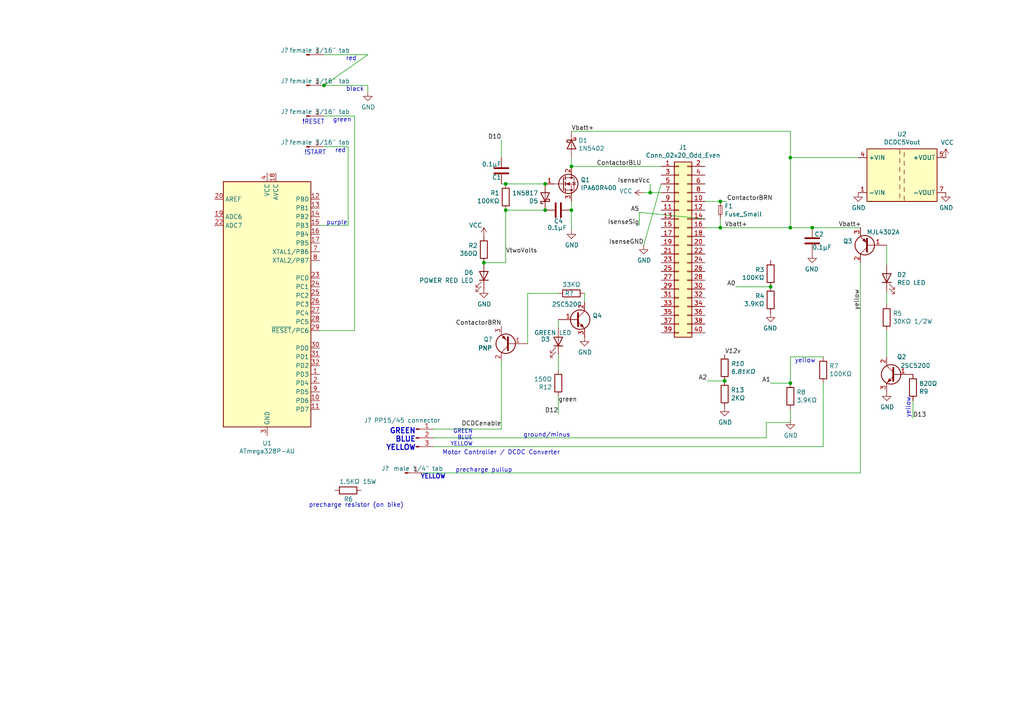
<source format=kicad_sch>
(kicad_sch (version 20211123) (generator eeschema)
  (paper "A4")
  (lib_symbols
    (symbol "Connector:Conn_01x01_Male" (pin_names (offset 1.016) hide)
      (property "Reference" "J" (at 0 2.54 0))
      (property "Value" "Conn_01x01_Male" (at 0 -2.54 0))
      (symbol "Conn_01x01_Male_1_1"
        (polyline (pts (xy 1.27 0) (xy 0.8636 0)) (stroke (width 0.1524)))
        (rectangle (start 0.8636 0.127) (end 0 -0.127) (stroke (width 0.1524)) (fill (type outline)))
        (pin passive line (at 5.08 0 180) (length 3.81) (name "Pin_1") (number "1"))
      )
    )
    (symbol "Connector:Conn_01x03_Male" (pin_names (offset 1.016) hide)
      (property "Reference" "J" (at 0 5.08 0))
      (property "Value" "Conn_01x03_Male" (at 0 -5.08 0))
      (symbol "Conn_01x03_Male_1_1"
        (polyline (pts (xy 1.27 -2.54) (xy 0.8636 -2.54)) (stroke (width 0.1524)))
        (polyline (pts (xy 1.27 0) (xy 0.8636 0)) (stroke (width 0.1524)))
        (polyline (pts (xy 1.27 2.54) (xy 0.8636 2.54)) (stroke (width 0.1524)))
        (rectangle (start 0.8636 -2.413) (end 0 -2.667) (stroke (width 0.1524)) (fill (type outline)))
        (rectangle (start 0.8636 0.127) (end 0 -0.127) (stroke (width 0.1524)) (fill (type outline)))
        (rectangle (start 0.8636 2.667) (end 0 2.413) (stroke (width 0.1524)) (fill (type outline)))
        (pin passive line (at 5.08 2.54 180) (length 3.81) (name "Pin_1") (number "1"))
        (pin passive line (at 5.08 0 180) (length 3.81) (name "Pin_2") (number "2"))
        (pin passive line (at 5.08 -2.54 180) (length 3.81) (name "Pin_3") (number "3"))
      )
    )
    (symbol "Connector_Generic:Conn_02x20_Odd_Even" (pin_names (offset 1.016) hide)
      (property "Reference" "J" (at 1.27 25.4 0))
      (property "Value" "Conn_02x20_Odd_Even" (at 1.27 -27.94 0))
      (symbol "Conn_02x20_Odd_Even_1_1"
        (rectangle (start -1.27 -25.273) (end 0 -25.527) (stroke (width 0.1524)))
        (rectangle (start -1.27 -22.733) (end 0 -22.987) (stroke (width 0.1524)))
        (rectangle (start -1.27 -20.193) (end 0 -20.447) (stroke (width 0.1524)))
        (rectangle (start -1.27 -17.653) (end 0 -17.907) (stroke (width 0.1524)))
        (rectangle (start -1.27 -15.113) (end 0 -15.367) (stroke (width 0.1524)))
        (rectangle (start -1.27 -12.573) (end 0 -12.827) (stroke (width 0.1524)))
        (rectangle (start -1.27 -10.033) (end 0 -10.287) (stroke (width 0.1524)))
        (rectangle (start -1.27 -7.493) (end 0 -7.747) (stroke (width 0.1524)))
        (rectangle (start -1.27 -4.953) (end 0 -5.207) (stroke (width 0.1524)))
        (rectangle (start -1.27 -2.413) (end 0 -2.667) (stroke (width 0.1524)))
        (rectangle (start -1.27 0.127) (end 0 -0.127) (stroke (width 0.1524)))
        (rectangle (start -1.27 2.667) (end 0 2.413) (stroke (width 0.1524)))
        (rectangle (start -1.27 5.207) (end 0 4.953) (stroke (width 0.1524)))
        (rectangle (start -1.27 7.747) (end 0 7.493) (stroke (width 0.1524)))
        (rectangle (start -1.27 10.287) (end 0 10.033) (stroke (width 0.1524)))
        (rectangle (start -1.27 12.827) (end 0 12.573) (stroke (width 0.1524)))
        (rectangle (start -1.27 15.367) (end 0 15.113) (stroke (width 0.1524)))
        (rectangle (start -1.27 17.907) (end 0 17.653) (stroke (width 0.1524)))
        (rectangle (start -1.27 20.447) (end 0 20.193) (stroke (width 0.1524)))
        (rectangle (start -1.27 22.987) (end 0 22.733) (stroke (width 0.1524)))
        (rectangle (start -1.27 24.13) (end 3.81 -26.67) (stroke (width 0.254)) (fill (type background)))
        (rectangle (start 3.81 -25.273) (end 2.54 -25.527) (stroke (width 0.1524)))
        (rectangle (start 3.81 -22.733) (end 2.54 -22.987) (stroke (width 0.1524)))
        (rectangle (start 3.81 -20.193) (end 2.54 -20.447) (stroke (width 0.1524)))
        (rectangle (start 3.81 -17.653) (end 2.54 -17.907) (stroke (width 0.1524)))
        (rectangle (start 3.81 -15.113) (end 2.54 -15.367) (stroke (width 0.1524)))
        (rectangle (start 3.81 -12.573) (end 2.54 -12.827) (stroke (width 0.1524)))
        (rectangle (start 3.81 -10.033) (end 2.54 -10.287) (stroke (width 0.1524)))
        (rectangle (start 3.81 -7.493) (end 2.54 -7.747) (stroke (width 0.1524)))
        (rectangle (start 3.81 -4.953) (end 2.54 -5.207) (stroke (width 0.1524)))
        (rectangle (start 3.81 -2.413) (end 2.54 -2.667) (stroke (width 0.1524)))
        (rectangle (start 3.81 0.127) (end 2.54 -0.127) (stroke (width 0.1524)))
        (rectangle (start 3.81 2.667) (end 2.54 2.413) (stroke (width 0.1524)))
        (rectangle (start 3.81 5.207) (end 2.54 4.953) (stroke (width 0.1524)))
        (rectangle (start 3.81 7.747) (end 2.54 7.493) (stroke (width 0.1524)))
        (rectangle (start 3.81 10.287) (end 2.54 10.033) (stroke (width 0.1524)))
        (rectangle (start 3.81 12.827) (end 2.54 12.573) (stroke (width 0.1524)))
        (rectangle (start 3.81 15.367) (end 2.54 15.113) (stroke (width 0.1524)))
        (rectangle (start 3.81 17.907) (end 2.54 17.653) (stroke (width 0.1524)))
        (rectangle (start 3.81 20.447) (end 2.54 20.193) (stroke (width 0.1524)))
        (rectangle (start 3.81 22.987) (end 2.54 22.733) (stroke (width 0.1524)))
        (pin passive line (at -5.08 22.86 0) (length 3.81) (name "Pin_1") (number "1"))
        (pin passive line (at 7.62 12.7 180) (length 3.81) (name "Pin_10") (number "10"))
        (pin passive line (at -5.08 10.16 0) (length 3.81) (name "Pin_11") (number "11"))
        (pin passive line (at 7.62 10.16 180) (length 3.81) (name "Pin_12") (number "12"))
        (pin passive line (at -5.08 7.62 0) (length 3.81) (name "Pin_13") (number "13"))
        (pin passive line (at 7.62 7.62 180) (length 3.81) (name "Pin_14") (number "14"))
        (pin passive line (at -5.08 5.08 0) (length 3.81) (name "Pin_15") (number "15"))
        (pin passive line (at 7.62 5.08 180) (length 3.81) (name "Pin_16") (number "16"))
        (pin passive line (at -5.08 2.54 0) (length 3.81) (name "Pin_17") (number "17"))
        (pin passive line (at 7.62 2.54 180) (length 3.81) (name "Pin_18") (number "18"))
        (pin passive line (at -5.08 0 0) (length 3.81) (name "Pin_19") (number "19"))
        (pin passive line (at 7.62 22.86 180) (length 3.81) (name "Pin_2") (number "2"))
        (pin passive line (at 7.62 0 180) (length 3.81) (name "Pin_20") (number "20"))
        (pin passive line (at -5.08 -2.54 0) (length 3.81) (name "Pin_21") (number "21"))
        (pin passive line (at 7.62 -2.54 180) (length 3.81) (name "Pin_22") (number "22"))
        (pin passive line (at -5.08 -5.08 0) (length 3.81) (name "Pin_23") (number "23"))
        (pin passive line (at 7.62 -5.08 180) (length 3.81) (name "Pin_24") (number "24"))
        (pin passive line (at -5.08 -7.62 0) (length 3.81) (name "Pin_25") (number "25"))
        (pin passive line (at 7.62 -7.62 180) (length 3.81) (name "Pin_26") (number "26"))
        (pin passive line (at -5.08 -10.16 0) (length 3.81) (name "Pin_27") (number "27"))
        (pin passive line (at 7.62 -10.16 180) (length 3.81) (name "Pin_28") (number "28"))
        (pin passive line (at -5.08 -12.7 0) (length 3.81) (name "Pin_29") (number "29"))
        (pin passive line (at -5.08 20.32 0) (length 3.81) (name "Pin_3") (number "3"))
        (pin passive line (at 7.62 -12.7 180) (length 3.81) (name "Pin_30") (number "30"))
        (pin passive line (at -5.08 -15.24 0) (length 3.81) (name "Pin_31") (number "31"))
        (pin passive line (at 7.62 -15.24 180) (length 3.81) (name "Pin_32") (number "32"))
        (pin passive line (at -5.08 -17.78 0) (length 3.81) (name "Pin_33") (number "33"))
        (pin passive line (at 7.62 -17.78 180) (length 3.81) (name "Pin_34") (number "34"))
        (pin passive line (at -5.08 -20.32 0) (length 3.81) (name "Pin_35") (number "35"))
        (pin passive line (at 7.62 -20.32 180) (length 3.81) (name "Pin_36") (number "36"))
        (pin passive line (at -5.08 -22.86 0) (length 3.81) (name "Pin_37") (number "37"))
        (pin passive line (at 7.62 -22.86 180) (length 3.81) (name "Pin_38") (number "38"))
        (pin passive line (at -5.08 -25.4 0) (length 3.81) (name "Pin_39") (number "39"))
        (pin passive line (at 7.62 20.32 180) (length 3.81) (name "Pin_4") (number "4"))
        (pin passive line (at 7.62 -25.4 180) (length 3.81) (name "Pin_40") (number "40"))
        (pin passive line (at -5.08 17.78 0) (length 3.81) (name "Pin_5") (number "5"))
        (pin passive line (at 7.62 17.78 180) (length 3.81) (name "Pin_6") (number "6"))
        (pin passive line (at -5.08 15.24 0) (length 3.81) (name "Pin_7") (number "7"))
        (pin passive line (at 7.62 15.24 180) (length 3.81) (name "Pin_8") (number "8"))
        (pin passive line (at -5.08 12.7 0) (length 3.81) (name "Pin_9") (number "9"))
      )
    )
    (symbol "Device:C" (pin_numbers hide) (pin_names (offset 0.254))
      (property "Reference" "C" (at 0.635 2.54 0))
      (property "Value" "C" (at 0.635 -2.54 0))
      (symbol "C_0_1"
        (polyline (pts (xy -2.032 -0.762) (xy 2.032 -0.762)) (stroke (width 0.508)))
        (polyline (pts (xy -2.032 0.762) (xy 2.032 0.762)) (stroke (width 0.508)))
      )
      (symbol "C_1_1"
        (pin passive line (at 0 3.81 270) (length 2.794) (name "~") (number "1"))
        (pin passive line (at 0 -3.81 90) (length 2.794) (name "~") (number "2"))
      )
    )
    (symbol "Device:D_Schottky" (pin_numbers hide) (pin_names (offset 1.016) hide)
      (property "Reference" "D" (at 0 2.54 0))
      (property "Value" "D_Schottky" (at 0 -2.54 0))
      (symbol "D_Schottky_0_1"
        (polyline (pts (xy 1.27 0) (xy -1.27 0)))
        (polyline (pts (xy 1.27 1.27) (xy 1.27 -1.27) (xy -1.27 0) (xy 1.27 1.27)) (stroke (width 0.254)))
        (polyline (pts (xy -1.905 0.635) (xy -1.905 1.27) (xy -1.27 1.27) (xy -1.27 -1.27) (xy -0.635 -1.27) (xy -0.635 -0.635)) (stroke (width 0.254)))
      )
      (symbol "D_Schottky_1_1"
        (pin passive line (at -3.81 0 0) (length 2.54) (name "K") (number "1"))
        (pin passive line (at 3.81 0 180) (length 2.54) (name "A") (number "2"))
      )
    )
    (symbol "Device:Fuse_Small" (pin_numbers hide) (pin_names (offset 0.254) hide)
      (property "Reference" "F" (at 0 -1.524 0))
      (property "Value" "Fuse_Small" (at 0 1.524 0))
      (symbol "Fuse_Small_0_1"
        (rectangle (start -1.27 0.508) (end 1.27 -0.508))
        (polyline (pts (xy -1.27 0) (xy 1.27 0)))
      )
      (symbol "Fuse_Small_1_1"
        (pin passive line (at -2.54 0 0) (length 1.27) (name "~") (number "1"))
        (pin passive line (at 2.54 0 180) (length 1.27) (name "~") (number "2"))
      )
    )
    (symbol "Device:LED" (pin_numbers hide) (pin_names (offset 1.016) hide)
      (property "Reference" "D" (at 0 2.54 0))
      (property "Value" "LED" (at 0 -2.54 0))
      (symbol "LED_0_1"
        (polyline (pts (xy -1.27 -1.27) (xy -1.27 1.27)) (stroke (width 0.254)))
        (polyline (pts (xy -1.27 0) (xy 1.27 0)))
        (polyline (pts (xy 1.27 -1.27) (xy 1.27 1.27) (xy -1.27 0) (xy 1.27 -1.27)) (stroke (width 0.254)))
        (polyline (pts (xy -3.048 -0.762) (xy -4.572 -2.286) (xy -3.81 -2.286) (xy -4.572 -2.286) (xy -4.572 -1.524)))
        (polyline (pts (xy -1.778 -0.762) (xy -3.302 -2.286) (xy -2.54 -2.286) (xy -3.302 -2.286) (xy -3.302 -1.524)))
      )
      (symbol "LED_1_1"
        (pin passive line (at -3.81 0 0) (length 2.54) (name "K") (number "1"))
        (pin passive line (at 3.81 0 180) (length 2.54) (name "A") (number "2"))
      )
    )
    (symbol "Device:Q_NMOS_GDS" (pin_names (offset 0) hide)
      (property "Reference" "Q" (at 5.08 1.27 0))
      (property "Value" "Q_NMOS_GDS" (at 5.08 -1.27 0))
      (symbol "Q_NMOS_GDS_0_1"
        (polyline (pts (xy 0.254 0) (xy -2.54 0)))
        (polyline (pts (xy 0.254 1.905) (xy 0.254 -1.905)) (stroke (width 0.254)))
        (polyline (pts (xy 0.762 -1.27) (xy 0.762 -2.286)) (stroke (width 0.254)))
        (polyline (pts (xy 0.762 0.508) (xy 0.762 -0.508)) (stroke (width 0.254)))
        (polyline (pts (xy 0.762 2.286) (xy 0.762 1.27)) (stroke (width 0.254)))
        (polyline (pts (xy 2.54 2.54) (xy 2.54 1.778)))
        (polyline (pts (xy 2.54 -2.54) (xy 2.54 0) (xy 0.762 0)))
        (polyline (pts (xy 0.762 -1.778) (xy 3.302 -1.778) (xy 3.302 1.778) (xy 0.762 1.778)))
        (polyline (pts (xy 1.016 0) (xy 2.032 0.381) (xy 2.032 -0.381) (xy 1.016 0)) (fill (type outline)))
        (polyline (pts (xy 2.794 0.508) (xy 2.921 0.381) (xy 3.683 0.381) (xy 3.81 0.254)))
        (polyline (pts (xy 3.302 0.381) (xy 2.921 -0.254) (xy 3.683 -0.254) (xy 3.302 0.381)))
        (circle (center 1.651 0) (radius 2.794) (stroke (width 0.254)))
        (circle (center 2.54 -1.778) (radius 0.254) (fill (type outline)))
        (circle (center 2.54 1.778) (radius 0.254) (fill (type outline)))
      )
      (symbol "Q_NMOS_GDS_1_1"
        (pin input line (at -5.08 0 0) (length 2.54) (name "G") (number "1"))
        (pin passive line (at 2.54 5.08 270) (length 2.54) (name "D") (number "2"))
        (pin passive line (at 2.54 -5.08 90) (length 2.54) (name "S") (number "3"))
      )
    )
    (symbol "Device:Q_PNP_BCE" (pin_names (offset 0) hide)
      (property "Reference" "Q" (at 5.08 1.27 0))
      (property "Value" "Q_PNP_BCE" (at 5.08 -1.27 0))
      (symbol "Q_PNP_BCE_0_1"
        (polyline (pts (xy 0.635 0.635) (xy 2.54 2.54)))
        (polyline (pts (xy 0.635 -0.635) (xy 2.54 -2.54) (xy 2.54 -2.54)))
        (polyline (pts (xy 0.635 1.905) (xy 0.635 -1.905) (xy 0.635 -1.905)) (stroke (width 0.508)))
        (polyline (pts (xy 2.286 -1.778) (xy 1.778 -2.286) (xy 1.27 -1.27) (xy 2.286 -1.778) (xy 2.286 -1.778)) (fill (type outline)))
        (circle (center 1.27 0) (radius 2.8194) (stroke (width 0.254)))
      )
      (symbol "Q_PNP_BCE_1_1"
        (pin input line (at -5.08 0 0) (length 5.715) (name "B") (number "1"))
        (pin passive line (at 2.54 5.08 270) (length 2.54) (name "C") (number "2"))
        (pin passive line (at 2.54 -5.08 90) (length 2.54) (name "E") (number "3"))
      )
    )
    (symbol "Device:R" (pin_numbers hide) (pin_names (offset 0))
      (property "Reference" "R" (at 2.032 0 90))
      (property "Value" "R" (at 0 0 90))
      (symbol "R_0_1"
        (rectangle (start -1.016 -2.54) (end 1.016 2.54) (stroke (width 0.254)))
      )
      (symbol "R_1_1"
        (pin passive line (at 0 3.81 270) (length 1.27) (name "~") (number "1"))
        (pin passive line (at 0 -3.81 90) (length 1.27) (name "~") (number "2"))
      )
    )
    (symbol "Regulator_Switching:CRE1S0505DC"
      (property "Reference" "U" (at -8.89 8.89 0))
      (property "Value" "CRE1S0505DC" (at 2.54 8.89 0))
      (symbol "CRE1S0505DC_0_1"
        (rectangle (start -10.16 7.62) (end 10.16 -7.62) (stroke (width 0.254)) (fill (type background)))
        (polyline (pts (xy -0.635 -5.334) (xy -0.635 -6.604)))
        (polyline (pts (xy -0.635 -2.794) (xy -0.635 -4.064)))
        (polyline (pts (xy -0.635 -0.254) (xy -0.635 -1.524)))
        (polyline (pts (xy -0.635 2.286) (xy -0.635 1.016)))
        (polyline (pts (xy -0.635 4.826) (xy -0.635 3.556)))
        (polyline (pts (xy -0.635 7.366) (xy -0.635 6.096)))
        (polyline (pts (xy 0.635 -7.366) (xy 0.635 -6.096)))
        (polyline (pts (xy 0.635 -4.826) (xy 0.635 -3.556)))
        (polyline (pts (xy 0.635 -2.286) (xy 0.635 -1.016)))
        (polyline (pts (xy 0.635 0.254) (xy 0.635 1.524)))
        (polyline (pts (xy 0.635 2.794) (xy 0.635 4.064)))
        (polyline (pts (xy 0.635 5.334) (xy 0.635 6.604)))
      )
      (symbol "CRE1S0505DC_1_1"
        (pin power_in line (at -12.7 -5.08 0) (length 2.54) (name "-VIN") (number "1"))
        (pin power_in line (at -12.7 5.08 0) (length 2.54) (name "+VIN") (number "4"))
        (pin power_out line (at 12.7 5.08 180) (length 2.54) (name "+VOUT") (number "5"))
        (pin power_out line (at 12.7 -5.08 180) (length 2.54) (name "-VOUT") (number "7"))
      )
    )
    (symbol "Transistor_BJT:BCP51" (pin_names (offset 0) hide)
      (property "Reference" "Q" (at 5.08 1.905 0))
      (property "Value" "BCP51" (at 5.08 0 0))
      (symbol "BCP51_0_1"
        (polyline (pts (xy 0 0) (xy 0.635 0)))
        (polyline (pts (xy 2.54 -2.54) (xy 0.635 -0.635)))
        (polyline (pts (xy 2.54 2.54) (xy 0.635 0.635)))
        (polyline (pts (xy 0.635 1.905) (xy 0.635 -1.905) (xy 0.635 -1.905)) (stroke (width 0.508)) (fill (type outline)))
        (polyline (pts (xy 1.397 -1.905) (xy 1.905 -1.397) (xy 0.889 -0.889) (xy 1.397 -1.905) (xy 1.397 -1.905)) (fill (type outline)))
        (circle (center 1.27 0) (radius 2.8194) (stroke (width 0.254)))
      )
      (symbol "BCP51_1_1"
        (pin input line (at -5.08 0 0) (length 5.08) (name "B") (number "1"))
        (pin passive line (at 2.54 5.08 270) (length 2.54) (name "C") (number "2"))
        (pin passive line (at 2.54 -5.08 90) (length 2.54) (name "E") (number "3"))
      )
    )
    (symbol "Transistor_BJT:BCX56" (pin_names (offset 0) hide)
      (property "Reference" "Q" (at 5.08 1.905 0))
      (property "Value" "BCX56" (at 5.08 0 0))
      (symbol "BCX56_0_1"
        (polyline (pts (xy 0.635 0.635) (xy 2.54 2.54)))
        (polyline (pts (xy 0.635 -0.635) (xy 2.54 -2.54) (xy 2.54 -2.54)))
        (polyline (pts (xy 0.635 1.905) (xy 0.635 -1.905) (xy 0.635 -1.905)) (stroke (width 0.508)))
        (polyline (pts (xy 1.27 -1.778) (xy 1.778 -1.27) (xy 2.286 -2.286) (xy 1.27 -1.778) (xy 1.27 -1.778)) (fill (type outline)))
        (circle (center 1.27 0) (radius 2.8194) (stroke (width 0.254)))
      )
      (symbol "BCX56_1_1"
        (pin input line (at -5.08 0 0) (length 5.715) (name "B") (number "1"))
        (pin passive line (at 2.54 5.08 270) (length 2.54) (name "C") (number "2"))
        (pin passive line (at 2.54 -5.08 90) (length 2.54) (name "E") (number "3"))
      )
    )
    (symbol "power:GND" (power) (pin_names (offset 0))
      (property "Value" "GND" (at 0 -3.81 0))
      (symbol "GND_0_1"
        (polyline (pts (xy 0 0) (xy 0 -1.27) (xy 1.27 -1.27) (xy 0 -2.54) (xy -1.27 -1.27) (xy 0 -1.27)))
      )
      (symbol "GND_1_1"
        (pin power_in line (at 0 0 270) (length 0) hide (name "GND") (number "1"))
      )
    )
    (symbol "power:VCC" (power) (pin_names (offset 0))
      (property "Value" "VCC" (at 0 3.81 0))
      (symbol "VCC_0_1"
        (polyline (pts (xy -0.762 1.27) (xy 0 2.54)))
        (polyline (pts (xy 0 0) (xy 0 2.54)))
        (polyline (pts (xy 0 2.54) (xy 0.762 1.27)))
      )
      (symbol "VCC_1_1"
        (pin power_in line (at 0 0 90) (length 0) hide (name "VCC") (number "1"))
      )
    )
    (symbol "precharger-rescue:ATmega328P-AU-MCU_Microchip_ATmega"
      (property "Reference" "U" (at -12.7 36.83 0))
      (property "Value" "ATmega328P-AU-MCU_Microchip_ATmega" (at 2.54 -36.83 0))
      (symbol "ATmega328P-AU-MCU_Microchip_ATmega_0_1"
        (rectangle (start -12.7 -35.56) (end 12.7 35.56) (stroke (width 0.254)) (fill (type background)))
      )
      (symbol "ATmega328P-AU-MCU_Microchip_ATmega_1_1"
        (pin bidirectional line (at 15.24 -20.32 180) (length 2.54) (name "PD3") (number "1"))
        (pin bidirectional line (at 15.24 -27.94 180) (length 2.54) (name "PD6") (number "10"))
        (pin bidirectional line (at 15.24 -30.48 180) (length 2.54) (name "PD7") (number "11"))
        (pin bidirectional line (at 15.24 30.48 180) (length 2.54) (name "PB0") (number "12"))
        (pin bidirectional line (at 15.24 27.94 180) (length 2.54) (name "PB1") (number "13"))
        (pin bidirectional line (at 15.24 25.4 180) (length 2.54) (name "PB2") (number "14"))
        (pin bidirectional line (at 15.24 22.86 180) (length 2.54) (name "PB3") (number "15"))
        (pin bidirectional line (at 15.24 20.32 180) (length 2.54) (name "PB4") (number "16"))
        (pin bidirectional line (at 15.24 17.78 180) (length 2.54) (name "PB5") (number "17"))
        (pin power_in line (at 2.54 38.1 270) (length 2.54) (name "AVCC") (number "18"))
        (pin input line (at -15.24 25.4 0) (length 2.54) (name "ADC6") (number "19"))
        (pin bidirectional line (at 15.24 -22.86 180) (length 2.54) (name "PD4") (number "2"))
        (pin input line (at -15.24 30.48 0) (length 2.54) (name "AREF") (number "20"))
        (pin passive line (at 0 -38.1 90) (length 2.54) hide (name "GND") (number "21"))
        (pin input line (at -15.24 22.86 0) (length 2.54) (name "ADC7") (number "22"))
        (pin bidirectional line (at 15.24 7.62 180) (length 2.54) (name "PC0") (number "23"))
        (pin bidirectional line (at 15.24 5.08 180) (length 2.54) (name "PC1") (number "24"))
        (pin bidirectional line (at 15.24 2.54 180) (length 2.54) (name "PC2") (number "25"))
        (pin bidirectional line (at 15.24 0 180) (length 2.54) (name "PC3") (number "26"))
        (pin bidirectional line (at 15.24 -2.54 180) (length 2.54) (name "PC4") (number "27"))
        (pin bidirectional line (at 15.24 -5.08 180) (length 2.54) (name "PC5") (number "28"))
        (pin bidirectional line (at 15.24 -7.62 180) (length 2.54) (name "~{RESET}/PC6") (number "29"))
        (pin power_in line (at 0 -38.1 90) (length 2.54) (name "GND") (number "3"))
        (pin bidirectional line (at 15.24 -12.7 180) (length 2.54) (name "PD0") (number "30"))
        (pin bidirectional line (at 15.24 -15.24 180) (length 2.54) (name "PD1") (number "31"))
        (pin bidirectional line (at 15.24 -17.78 180) (length 2.54) (name "PD2") (number "32"))
        (pin power_in line (at 0 38.1 270) (length 2.54) (name "VCC") (number "4"))
        (pin passive line (at 0 -38.1 90) (length 2.54) hide (name "GND") (number "5"))
        (pin passive line (at 0 38.1 270) (length 2.54) hide (name "VCC") (number "6"))
        (pin bidirectional line (at 15.24 15.24 180) (length 2.54) (name "XTAL1/PB6") (number "7"))
        (pin bidirectional line (at 15.24 12.7 180) (length 2.54) (name "XTAL2/PB7") (number "8"))
        (pin bidirectional line (at 15.24 -25.4 180) (length 2.54) (name "PD5") (number "9"))
      )
    )
  )
  (junction (at 146.685 53.34))
  (junction (at 235.585 66.04))
  (junction (at 208.915 66.04))
  (junction (at 165.735 60.96))
  (junction (at 188.595 55.88))
  (junction (at 93.98 24.765))
  (junction (at 229.235 45.72))
  (junction (at 208.915 58.42))
  (junction (at 229.235 111.125))
  (junction (at 140.335 76.2))
  (junction (at 165.735 48.26))
  (junction (at 223.52 83.185))
  (junction (at 158.115 53.34))
  (junction (at 158.115 60.96))
  (junction (at 146.685 60.96))
  (junction (at 210.185 110.49))
  (junction (at 229.235 66.04))
  (wire (pts (xy 186.69 55.88) (xy 188.595 55.88)))
  (wire (pts (xy 257.175 71.12) (xy 257.175 76.835)))
  (wire (pts (xy 122.555 137.16) (xy 249.555 137.16)))
  (wire (pts (xy 257.175 84.455) (xy 257.175 88.265)))
  (wire (pts (xy 93.98 33.655) (xy 102.87 33.655)))
  (wire (pts (xy 248.92 45.72) (xy 229.235 45.72)))
  (wire (pts (xy 161.925 107.315) (xy 161.925 102.87)))
  (wire (pts (xy 257.175 95.885) (xy 257.175 103.505)))
  (wire (pts (xy 238.76 103.505) (xy 229.235 103.505)))
  (wire (pts (xy 165.735 60.96) (xy 165.735 58.42)))
  (wire (pts (xy 223.52 83.185) (xy 213.36 83.185)))
  (wire (pts (xy 100.965 65.405) (xy 100.965 42.545)))
  (wire (pts (xy 161.925 92.71) (xy 161.925 95.25)))
  (wire (pts (xy 229.235 103.505) (xy 229.235 111.125)))
  (wire (pts (xy 249.555 76.2) (xy 249.555 137.16)))
  (wire (pts (xy 145.415 40.64) (xy 145.415 45.72)))
  (wire (pts (xy 229.235 38.1) (xy 229.235 45.72)))
  (wire (pts (xy 165.735 48.26) (xy 191.77 48.26)))
  (wire (pts (xy 169.545 85.09) (xy 169.545 87.63)))
  (wire (pts (xy 102.87 33.655) (xy 102.87 95.885)))
  (wire (pts (xy 165.735 66.675) (xy 165.735 60.96)))
  (wire (pts (xy 238.76 129.54) (xy 125.73 129.54)))
  (wire (pts (xy 249.555 66.04) (xy 235.585 66.04)))
  (wire (pts (xy 93.98 15.875) (xy 106.68 15.875)))
  (wire (pts (xy 185.42 61.595) (xy 204.47 63.5)))
  (wire (pts (xy 146.685 76.2) (xy 140.335 76.2)))
  (wire (pts (xy 210.185 110.49) (xy 205.105 110.49)))
  (wire (pts (xy 229.235 111.125) (xy 223.52 111.125)))
  (wire (pts (xy 208.915 66.04) (xy 229.235 66.04)))
  (wire (pts (xy 210.82 58.42) (xy 208.915 58.42)))
  (wire (pts (xy 106.68 15.875) (xy 93.98 24.765)))
  (wire (pts (xy 102.87 95.885) (xy 92.71 95.885)))
  (wire (pts (xy 235.585 66.04) (xy 229.235 66.04)))
  (wire (pts (xy 100.965 42.545) (xy 93.98 42.545)))
  (wire (pts (xy 208.915 63.5) (xy 208.915 66.04)))
  (wire (pts (xy 146.685 60.96) (xy 146.685 76.2)))
  (wire (pts (xy 161.925 120.015) (xy 161.925 114.935)))
  (wire (pts (xy 145.415 53.34) (xy 146.685 53.34)))
  (wire (pts (xy 208.915 58.42) (xy 204.47 58.42)))
  (wire (pts (xy 208.915 66.04) (xy 204.47 66.04)))
  (wire (pts (xy 238.76 111.125) (xy 238.76 129.54)))
  (wire (pts (xy 161.925 85.09) (xy 153.035 85.09)))
  (wire (pts (xy 229.235 45.72) (xy 229.235 66.04)))
  (wire (pts (xy 222.25 122.555) (xy 222.25 127)))
  (wire (pts (xy 229.235 121.92) (xy 229.235 118.745)))
  (wire (pts (xy 264.795 121.285) (xy 264.795 116.205)))
  (wire (pts (xy 186.69 71.12) (xy 191.77 53.34)))
  (wire (pts (xy 188.595 55.88) (xy 191.77 55.88)))
  (wire (pts (xy 153.035 85.09) (xy 153.035 99.695)))
  (wire (pts (xy 145.415 104.775) (xy 145.415 124.46)))
  (wire (pts (xy 106.68 26.67) (xy 106.68 24.765)))
  (wire (pts (xy 146.685 53.34) (xy 158.115 53.34)))
  (wire (pts (xy 145.415 124.46) (xy 125.73 124.46)))
  (wire (pts (xy 185.42 61.595) (xy 185.42 65.405)))
  (wire (pts (xy 229.235 122.555) (xy 222.25 122.555)))
  (wire (pts (xy 222.25 127) (xy 125.73 127)))
  (wire (pts (xy 158.115 60.96) (xy 146.685 60.96)))
  (wire (pts (xy 165.735 48.26) (xy 165.735 45.72)))
  (wire (pts (xy 165.735 38.1) (xy 229.235 38.1)))
  (wire (pts (xy 92.71 65.405) (xy 100.965 65.405)))
  (wire (pts (xy 188.595 53.34) (xy 188.595 55.88)))
  (wire (pts (xy 106.68 24.765) (xy 93.98 24.765)))
  (text "red" (at 97.155 44.45 0) (effects (font (size 1.27 1.27)) (justify left bottom)))
  (text "yellow" (at 264.16 121.285 90) (effects (font (size 1.27 1.27)) (justify left bottom)))
  (text "GREEN\nBLUE\nYELLOW" (at 120.65 130.81 180) (effects (font (size 1.5 1.5) (thickness 0.3) bold) (justify right bottom)))
  (text "GREEN\nBLUE\nYELLOW" (at 137.16 129.54 180) (effects (font (size 1.143 1.143)) (justify right bottom)))
  (text "red" (at 103.505 17.78 180) (effects (font (size 1.27 1.27)) (justify right bottom)))
  (text "YELLOW" (at 121.92 139.065 0) (effects (font (size 1.27 1.27) (thickness 0.254) bold) (justify left bottom)))
  (text "Motor Controller / DCDC Converter" (at 128.27 132.08 0) (effects (font (size 1.27 1.27)) (justify left bottom)))
  (text "precharge pullup" (at 132.08 137.16 0) (effects (font (size 1.27 1.27)) (justify left bottom)))
  (text "purple" (at 94.615 65.405 0) (effects (font (size 1.27 1.27)) (justify left bottom)))
  (text "!RESET" (at 87.63 36.195 0) (effects (font (size 1.27 1.27)) (justify left bottom)))
  (text "yellow" (at 230.505 105.41 0) (effects (font (size 1.27 1.27)) (justify left bottom)))
  (text "black" (at 100.33 26.67 0) (effects (font (size 1.27 1.27)) (justify left bottom)))
  (text "precharge resistor (on bike)" (at 89.535 147.32 0) (effects (font (size 1.27 1.27)) (justify left bottom)))
  (text "ground/minus" (at 151.765 127 0) (effects (font (size 1.27 1.27)) (justify left bottom)))
  (text "!START" (at 88.265 45.085 0) (effects (font (size 1.27 1.27)) (justify left bottom)))
  (text "green" (at 96.52 35.56 0) (effects (font (size 1.27 1.27)) (justify left bottom)))
  (label "ContactorBRN" (at 145.415 94.615 180))
  (label "A5" (at 185.42 61.595 180))
  (label "A2" (at 205.105 110.49 180))
  (label "A1" (at 223.52 111.125 180))
  (label "IsenseSig" (at 185.42 65.405 180))
  (label "Vbatt+" (at 243.205 66.04 0))
  (label "D13" (at 264.795 121.285 0))
  (label "Vbatt+" (at 165.735 38.1 0))
  (label "VtwoVolts" (at 146.685 73.66 0))
  (label "D10" (at 145.415 40.64 180))
  (label "green" (at 161.925 116.84 0))
  (label "ContactorBLU" (at 186.055 48.26 180))
  (label "DCDCenable" (at 145.415 123.825 180))
  (label "Vbatt+" (at 210.185 66.04 0))
  (label "IsenseGND" (at 186.69 71.12 180))
  (label "D12" (at 161.925 120.015 180))
  (label "V12v" (at 210.185 102.87 0) (effects (font italic)))
  (label "IsenseVcc" (at 188.595 53.34 180))
  (label "A0" (at 213.36 83.185 180))
  (label "yellow" (at 249.555 83.82 270))
  (label "ContactorBRN" (at 210.82 58.42 0))
  (symbol (lib_id "precharger-rescue:ATmega328P-AU-MCU_Microchip_ATmega") (at 77.47 88.265 0) (unit 1)
    (property "Reference" "U1" (at 77.47 128.5494 0))
    (property "Value" "ATmega328P-AU" (at 77.47 130.8608 0))
    (property "Footprint" "Package_QFP:TQFP-32_7x7mm_P0.8mm" (effects hide))
    (property "Datasheet" "http://ww1.microchip.com/downloads/en/DeviceDoc/atmel-8271-8-bit-avr-microcontroller-atmega48a-48pa-88a-88pa-168a-168pa-328-328p_datasheet.pdf" (effects hide))
  )
  (symbol (lib_id "Connector_Generic:Conn_02x20_Odd_Even") (at 196.85 71.12 0) (unit 1)
    (property "Reference" "J1" (at 198.12 42.7482 0))
    (property "Value" "Conn_02x20_Odd_Even" (at 198.12 45.0596 0))
  )
  (symbol (lib_id "Device:R") (at 238.76 107.315 0) (unit 1)
    (property "Reference" "R7" (at 240.538 106.1466 0) (effects (justify left)))
    (property "Value" "100KΩ" (at 240.538 108.458 0) (effects (justify left)))
  )
  (symbol (lib_id "Device:R") (at 229.235 114.935 0) (unit 1)
    (property "Reference" "R8" (at 231.013 113.7666 0) (effects (justify left)))
    (property "Value" "3.9KΩ" (at 231.013 116.078 0) (effects (justify left)))
  )
  (symbol (lib_id "power:GND") (at 229.235 121.92 0) (unit 1)
    (property "Reference" "#PWR03" (effects hide))
    (property "Value" "GND" (at 229.362 126.3142 0))
  )
  (symbol (lib_id "Device:R") (at 223.52 79.375 0) (mirror y) (unit 1)
    (property "Reference" "R3" (at 221.742 78.2066 0) (effects (justify left)))
    (property "Value" "100KΩ" (at 221.742 80.518 0) (effects (justify left)))
  )
  (symbol (lib_id "Device:R") (at 223.52 86.995 0) (mirror y) (unit 1)
    (property "Reference" "R4" (at 221.742 85.8266 0) (effects (justify left)))
    (property "Value" "3.9KΩ" (at 221.742 88.138 0) (effects (justify left)))
  )
  (symbol (lib_id "power:GND") (at 223.52 90.805 0) (mirror y) (unit 1)
    (property "Reference" "#PWR02" (effects hide))
    (property "Value" "GND" (at 223.393 95.1992 0))
  )
  (symbol (lib_id "Device:R") (at 210.185 106.68 0) (unit 1)
    (property "Reference" "R10" (at 211.963 105.5116 0) (effects (font italic) (justify left)))
    (property "Value" "6.81KΩ" (at 211.963 107.823 0) (effects (font italic) (justify left)))
  )
  (symbol (lib_id "Device:R") (at 210.185 114.3 0) (unit 1)
    (property "Reference" "R13" (at 211.963 113.1316 0) (effects (justify left)))
    (property "Value" "2KΩ" (at 211.963 115.443 0) (effects (justify left)))
  )
  (symbol (lib_id "power:GND") (at 210.185 118.11 0) (unit 1)
    (property "Reference" "#PWR06" (effects hide))
    (property "Value" "GND" (at 210.312 122.5042 0))
  )
  (symbol (lib_id "Device:Fuse_Small") (at 208.915 60.96 270) (unit 1)
    (property "Reference" "F1" (at 210.1342 59.7916 90) (effects (justify left)))
    (property "Value" "Fuse_Small" (at 210.1342 62.103 90) (effects (justify left)))
  )
  (symbol (lib_id "Device:D_Schottky") (at 165.735 41.91 270) (unit 1)
    (property "Reference" "D1" (at 167.7416 40.7416 90) (effects (justify left)))
    (property "Value" "1N5402" (at 167.7416 43.053 90) (effects (justify left)))
  )
  (symbol (lib_id "Transistor_BJT:BCX56") (at 259.715 108.585 0) (mirror y) (unit 1)
    (property "Reference" "Q2" (at 262.89 103.505 0) (effects (justify left)))
    (property "Value" "2SC5200" (at 269.875 106.045 0) (effects (justify left)))
    (property "Footprint" "Package_TO_SOT_SMD:SOT-89-3" (effects hide))
    (property "Datasheet" "http://cache.nxp.com/documents/data_sheet/BCP56_BCX56_BC56PA.pdf?pspll=1" (effects hide))
  )
  (symbol (lib_id "power:GND") (at 257.175 113.665 0) (unit 1)
    (property "Reference" "#PWR04" (effects hide))
    (property "Value" "GND" (at 257.302 118.0592 0))
  )
  (symbol (lib_id "Transistor_BJT:BCP51") (at 252.095 71.12 180) (unit 1)
    (property "Reference" "Q3" (at 247.269 69.9516 0) (effects (justify left)))
    (property "Value" "MJL4302A" (at 260.985 67.31 0) (effects (justify left)))
    (property "Footprint" "Package_TO_SOT_SMD:SOT-223" (effects hide))
    (property "Datasheet" "http://www.fairchildsemi.com/ds/BC/BCP51.pdf" (effects hide))
  )
  (symbol (lib_id "Device:R") (at 257.175 92.075 0) (unit 1)
    (property "Reference" "R5" (at 258.953 90.9066 0) (effects (justify left)))
    (property "Value" "30KΩ 1/2W" (at 258.953 93.218 0) (effects (justify left)))
  )
  (symbol (lib_id "Device:R") (at 100.965 142.24 270) (unit 1)
    (property "Reference" "R6" (at 99.695 144.78 90) (effects (justify left)))
    (property "Value" "1.5KΩ 15W" (at 98.425 139.7 90) (effects (justify left)))
  )
  (symbol (lib_id "Device:R") (at 264.795 112.395 0) (mirror x) (unit 1)
    (property "Reference" "R9" (at 266.573 113.5634 0) (effects (justify left)))
    (property "Value" "820Ω" (at 266.573 111.252 0) (effects (justify left)))
  )
  (symbol (lib_id "Transistor_BJT:BCX56") (at 167.005 92.71 0) (unit 1)
    (property "Reference" "Q4" (at 171.8564 91.5416 0) (effects (justify left)))
    (property "Value" "2SC5200" (at 160.02 88.265 0) (effects (justify left)))
    (property "Footprint" "Package_TO_SOT_SMD:SOT-89-3" (effects hide))
    (property "Datasheet" "http://cache.nxp.com/documents/data_sheet/BCP56_BCX56_BC56PA.pdf?pspll=1" (effects hide))
  )
  (symbol (lib_id "power:GND") (at 169.545 97.79 0) (unit 1)
    (property "Reference" "#PWR05" (effects hide))
    (property "Value" "GND" (at 169.672 102.1842 0))
  )
  (symbol (lib_id "Device:R") (at 161.925 111.125 180) (unit 1)
    (property "Reference" "R12" (at 160.147 112.2934 0) (effects (justify left)))
    (property "Value" "150Ω" (at 160.147 109.982 0) (effects (justify left)))
  )
  (symbol (lib_id "power:VCC") (at 186.69 55.88 90) (unit 1)
    (property "Reference" "#PWR09" (effects hide))
    (property "Value" "VCC" (at 183.4642 55.4228 90) (effects (justify left)))
  )
  (symbol (lib_id "Device:LED") (at 257.175 80.645 90) (unit 1)
    (property "Reference" "D2" (at 260.1722 79.6798 90) (effects (justify right)))
    (property "Value" "RED LED" (at 260.1722 81.9912 90) (effects (justify right)))
  )
  (symbol (lib_id "Regulator_Switching:CRE1S0505DC") (at 261.62 50.8 0) (unit 1)
    (property "Reference" "U2" (at 261.62 38.9382 0))
    (property "Value" "DCDC5Vout" (at 261.62 41.2496 0))
    (property "Footprint" "Converters_DCDC_ACDC:DCDC-Conv_muRata_CRE1xxxxxxDC" (effects hide))
    (property "Datasheet" "http://power.murata.com/datasheet?/data/power/ncl/kdc_cre1.pdf" (effects hide))
  )
  (symbol (lib_id "power:GND") (at 248.92 55.88 0) (unit 1)
    (property "Reference" "#PWR010" (effects hide))
    (property "Value" "GND" (at 249.047 60.2742 0))
  )
  (symbol (lib_id "power:GND") (at 274.32 55.88 0) (unit 1)
    (property "Reference" "#PWR011" (effects hide))
    (property "Value" "GND" (at 274.447 60.2742 0))
  )
  (symbol (lib_id "power:VCC") (at 274.32 45.72 0) (unit 1)
    (property "Reference" "#PWR07" (effects hide))
    (property "Value" "VCC" (at 274.7518 41.3258 0))
  )
  (symbol (lib_id "Device:LED") (at 161.925 99.06 270) (mirror x) (unit 1)
    (property "Reference" "D3" (at 156.845 98.425 90) (effects (justify left)))
    (property "Value" "GREEN LED" (at 154.94 96.52 90) (effects (justify left)))
  )
  (symbol (lib_id "Device:C") (at 235.585 69.85 0) (unit 1)
    (property "Reference" "C2" (at 236.22 67.945 0) (effects (justify left)))
    (property "Value" "0.1μF" (at 235.585 71.755 0) (effects (justify left)))
  )
  (symbol (lib_id "power:GND") (at 235.585 73.66 0) (mirror y) (unit 1)
    (property "Reference" "#PWR013" (effects hide))
    (property "Value" "GND" (at 235.458 78.0542 0))
  )
  (symbol (lib_id "power:GND") (at 186.69 71.12 0) (unit 1)
    (property "Reference" "#PWR014" (effects hide))
    (property "Value" "GND" (at 186.817 75.5142 0))
  )
  (symbol (lib_id "Device:Q_NMOS_GDS") (at 163.195 53.34 0) (unit 1)
    (property "Reference" "Q1" (at 168.402 52.1716 0) (effects (justify left)))
    (property "Value" "IPA60R400" (at 168.402 54.483 0) (effects (justify left)))
  )
  (symbol (lib_id "power:GND") (at 165.735 66.675 0) (unit 1)
    (property "Reference" "#PWR01" (effects hide))
    (property "Value" "GND" (at 165.862 71.0692 0))
  )
  (symbol (lib_id "Device:LED") (at 140.335 80.01 270) (mirror x) (unit 1)
    (property "Reference" "D6" (at 137.3378 79.0448 90) (effects (justify right)))
    (property "Value" "POWER RED LED" (at 137.3378 81.3562 90) (effects (justify right)))
  )
  (symbol (lib_id "power:GND") (at 140.335 83.82 0) (unit 1)
    (property "Reference" "#PWR015" (effects hide))
    (property "Value" "GND" (at 140.462 88.2142 0))
  )
  (symbol (lib_id "Device:R") (at 140.335 72.39 0) (mirror y) (unit 1)
    (property "Reference" "R2" (at 138.557 71.2216 0) (effects (justify left)))
    (property "Value" "360Ω" (at 138.557 73.533 0) (effects (justify left)))
  )
  (symbol (lib_id "power:VCC") (at 140.335 68.58 0) (mirror y) (unit 1)
    (property "Reference" "#PWR012" (effects hide))
    (property "Value" "VCC" (at 139.8778 65.3542 0) (effects (justify left)))
  )
  (symbol (lib_id "Device:C") (at 161.925 60.96 270) (unit 1)
    (property "Reference" "C4" (at 160.655 64.135 90) (effects (justify left)))
    (property "Value" "0.1μF" (at 158.75 66.04 90) (effects (justify left)))
  )
  (symbol (lib_id "Device:C") (at 145.415 49.53 180) (unit 1)
    (property "Reference" "C1" (at 145.415 51.435 0) (effects (justify left)))
    (property "Value" "0.1μF" (at 145.415 47.625 0) (effects (justify left)))
  )
  (symbol (lib_id "Device:D_Schottky") (at 158.115 57.15 90) (unit 1)
    (property "Reference" "D5" (at 156.1084 58.3184 90) (effects (justify left)))
    (property "Value" "1N5817" (at 156.1084 56.007 90) (effects (justify left)))
  )
  (symbol (lib_id "Device:R") (at 146.685 57.15 0) (mirror y) (unit 1)
    (property "Reference" "R1" (at 144.907 55.9816 0) (effects (justify left)))
    (property "Value" "100KΩ" (at 144.907 58.293 0) (effects (justify left)))
  )
  (symbol (lib_id "Device:R") (at 165.735 85.09 90) (unit 1)
    (property "Reference" "R?" (at 165.1 85.09 90))
    (property "Value" "33KΩ" (at 165.735 82.55 90))
  )
  (symbol (lib_id "Connector:Conn_01x03_Male") (at 120.65 127 0) (unit 1)
    (property "Reference" "J?" (at 106.68 121.92 0))
    (property "Value" "PP15/45 connector" (at 118.11 121.92 0))
  )
  (symbol (lib_id "Connector:Conn_01x01_Male") (at 88.9 15.875 0) (unit 1)
    (property "Reference" "J?" (at 82.55 14.605 0))
    (property "Value" "female 3/16\" tab" (at 92.71 14.605 0))
  )
  (symbol (lib_id "Connector:Conn_01x01_Male") (at 88.9 33.655 0) (unit 1)
    (property "Reference" "J?" (at 82.55 32.385 0))
    (property "Value" "female 3/16\" tab" (at 92.71 32.385 0))
  )
  (symbol (lib_id "Device:Q_PNP_BCE") (at 147.955 99.695 180) (unit 1)
    (property "Reference" "Q?" (at 142.875 98.4249 0) (effects (justify left)))
    (property "Value" "PNP" (at 142.875 100.9649 0) (effects (font bold) (justify left)))
  )
  (symbol (lib_id "Connector:Conn_01x01_Male") (at 117.475 137.16 0) (unit 1)
    (property "Reference" "J?" (at 111.76 135.89 0))
    (property "Value" "male 1/4\" tab" (at 121.285 135.89 0))
  )
  (symbol (lib_id "Connector:Conn_01x01_Male") (at 88.9 42.545 0) (unit 1)
    (property "Reference" "J?" (at 82.55 41.275 0))
    (property "Value" "female 3/16\" tab" (at 92.71 41.275 0))
  )
  (symbol (lib_id "Connector:Conn_01x01_Male") (at 88.9 24.765 0) (unit 1)
    (property "Reference" "J?" (at 82.55 23.495 0))
    (property "Value" "female 3/16\" tab" (at 92.71 23.495 0))
  )
  (symbol (lib_id "power:GND") (at 106.68 26.67 0) (unit 1)
    (property "Reference" "#PWR?" (effects hide))
    (property "Value" "GND" (at 106.807 31.0642 0))
  )
)
</source>
